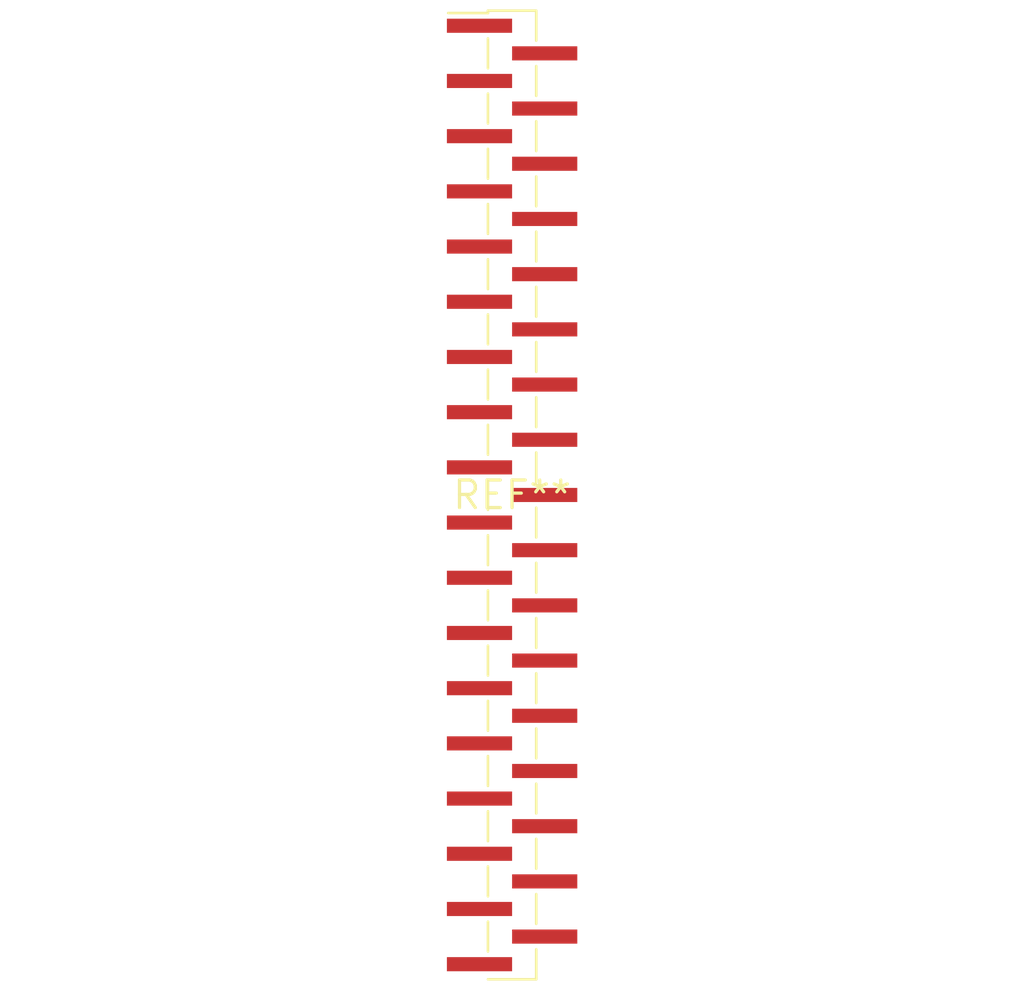
<source format=kicad_pcb>
(kicad_pcb (version 20240108) (generator pcbnew)
  (layers (0 "F.Cu" signal) (31 "B.Cu" signal) (34 "B.Paste" user) (35 "F.Paste" user) (36 "B.SilkS" user "B.Silkscreen") (37 "F.SilkS" user "F.Silkscreen") (38 "B.Mask" user) (39 "F.Mask" user) (44 "Edge.Cuts" user))
  (net 0 "")
  (footprint "PinHeader_1x35_P1.27mm_Vertical_SMD_Pin1Left" (layer "F.Cu") (at 0 0)
    (property "Reference" "REF**")
    (property "Value" "PinHeader_1x35_P1.27mm_Vertical_SMD_Pin1Left")
    (fp_line (start -1.11 -22.285) (end -1.11 -22.175) (layer "F.SilkS") (stroke (width 0.12)))
    (fp_line (start -1.11 -22.285) (end 1.11 -22.285) (layer "F.SilkS") (stroke (width 0.12)))
    (fp_line (start -1.11 -22.175) (end -2.94 -22.175) (layer "F.SilkS") (stroke (width 0.12)))
    (fp_line (start -1.11 -21.005) (end -1.11 -19.635) (layer "F.SilkS") (stroke (width 0.12)))
    (fp_line (start -1.11 -18.465) (end -1.11 -17.095) (layer "F.SilkS") (stroke (width 0.12)))
    (fp_line (start -1.11 -15.925) (end -1.11 -14.555) (layer "F.SilkS") (stroke (width 0.12)))
    (fp_line (start -1.11 -13.385) (end -1.11 -12.015) (layer "F.SilkS") (stroke (width 0.12)))
    (fp_line (start -1.11 -10.845) (end -1.11 -9.475) (layer "F.SilkS") (stroke (width 0.12)))
    (fp_line (start -1.11 -8.305) (end -1.11 -6.935) (layer "F.SilkS") (stroke (width 0.12)))
    (fp_line (start -1.11 -5.765) (end -1.11 -4.395) (layer "F.SilkS") (stroke (width 0.12)))
    (fp_line (start -1.11 -3.225) (end -1.11 -1.855) (layer "F.SilkS") (stroke (width 0.12)))
    (fp_line (start -1.11 -0.685) (end -1.11 0.685) (layer "F.SilkS") (stroke (width 0.12)))
    (fp_line (start -1.11 1.855) (end -1.11 3.225) (layer "F.SilkS") (stroke (width 0.12)))
    (fp_line (start -1.11 4.395) (end -1.11 5.765) (layer "F.SilkS") (stroke (width 0.12)))
    (fp_line (start -1.11 6.935) (end -1.11 8.305) (layer "F.SilkS") (stroke (width 0.12)))
    (fp_line (start -1.11 9.475) (end -1.11 10.845) (layer "F.SilkS") (stroke (width 0.12)))
    (fp_line (start -1.11 12.015) (end -1.11 13.385) (layer "F.SilkS") (stroke (width 0.12)))
    (fp_line (start -1.11 14.555) (end -1.11 15.925) (layer "F.SilkS") (stroke (width 0.12)))
    (fp_line (start -1.11 17.095) (end -1.11 18.465) (layer "F.SilkS") (stroke (width 0.12)))
    (fp_line (start -1.11 19.635) (end -1.11 21.005) (layer "F.SilkS") (stroke (width 0.12)))
    (fp_line (start -1.11 22.285) (end 1.11 22.285) (layer "F.SilkS") (stroke (width 0.12)))
    (fp_line (start 1.11 -22.275) (end 1.11 -20.905) (layer "F.SilkS") (stroke (width 0.12)))
    (fp_line (start 1.11 -19.735) (end 1.11 -18.365) (layer "F.SilkS") (stroke (width 0.12)))
    (fp_line (start 1.11 -17.195) (end 1.11 -15.825) (layer "F.SilkS") (stroke (width 0.12)))
    (fp_line (start 1.11 -14.655) (end 1.11 -13.285) (layer "F.SilkS") (stroke (width 0.12)))
    (fp_line (start 1.11 -12.115) (end 1.11 -10.745) (layer "F.SilkS") (stroke (width 0.12)))
    (fp_line (start 1.11 -9.575) (end 1.11 -8.205) (layer "F.SilkS") (stroke (width 0.12)))
    (fp_line (start 1.11 -7.035) (end 1.11 -5.665) (layer "F.SilkS") (stroke (width 0.12)))
    (fp_line (start 1.11 -4.495) (end 1.11 -3.125) (layer "F.SilkS") (stroke (width 0.12)))
    (fp_line (start 1.11 -1.955) (end 1.11 -0.585) (layer "F.SilkS") (stroke (width 0.12)))
    (fp_line (start 1.11 0.585) (end 1.11 1.955) (layer "F.SilkS") (stroke (width 0.12)))
    (fp_line (start 1.11 3.125) (end 1.11 4.495) (layer "F.SilkS") (stroke (width 0.12)))
    (fp_line (start 1.11 5.665) (end 1.11 7.035) (layer "F.SilkS") (stroke (width 0.12)))
    (fp_line (start 1.11 8.205) (end 1.11 9.575) (layer "F.SilkS") (stroke (width 0.12)))
    (fp_line (start 1.11 10.745) (end 1.11 12.115) (layer "F.SilkS") (stroke (width 0.12)))
    (fp_line (start 1.11 13.285) (end 1.11 14.655) (layer "F.SilkS") (stroke (width 0.12)))
    (fp_line (start 1.11 15.825) (end 1.11 17.195) (layer "F.SilkS") (stroke (width 0.12)))
    (fp_line (start 1.11 18.365) (end 1.11 19.735) (layer "F.SilkS") (stroke (width 0.12)))
    (fp_line (start 1.11 20.905) (end 1.11 22.275) (layer "F.SilkS") (stroke (width 0.12)))
    (fp_line (start 1.11 22.175) (end 1.11 22.285) (layer "F.SilkS") (stroke (width 0.12)))
    (pad "1" smd rect (at -1.5 -21.59) (size 3 0.65) (layers "F.Cu" "F.Paste" "F.Mask"))
    (pad "2" smd rect (at 1.5 -20.32) (size 3 0.65) (layers "F.Cu" "F.Paste" "F.Mask"))
    (pad "3" smd rect (at -1.5 -19.05) (size 3 0.65) (layers "F.Cu" "F.Paste" "F.Mask"))
    (pad "4" smd rect (at 1.5 -17.78) (size 3 0.65) (layers "F.Cu" "F.Paste" "F.Mask"))
    (pad "5" smd rect (at -1.5 -16.51) (size 3 0.65) (layers "F.Cu" "F.Paste" "F.Mask"))
    (pad "6" smd rect (at 1.5 -15.24) (size 3 0.65) (layers "F.Cu" "F.Paste" "F.Mask"))
    (pad "7" smd rect (at -1.5 -13.97) (size 3 0.65) (layers "F.Cu" "F.Paste" "F.Mask"))
    (pad "8" smd rect (at 1.5 -12.7) (size 3 0.65) (layers "F.Cu" "F.Paste" "F.Mask"))
    (pad "9" smd rect (at -1.5 -11.43) (size 3 0.65) (layers "F.Cu" "F.Paste" "F.Mask"))
    (pad "10" smd rect (at 1.5 -10.16) (size 3 0.65) (layers "F.Cu" "F.Paste" "F.Mask"))
    (pad "11" smd rect (at -1.5 -8.89) (size 3 0.65) (layers "F.Cu" "F.Paste" "F.Mask"))
    (pad "12" smd rect (at 1.5 -7.62) (size 3 0.65) (layers "F.Cu" "F.Paste" "F.Mask"))
    (pad "13" smd rect (at -1.5 -6.35) (size 3 0.65) (layers "F.Cu" "F.Paste" "F.Mask"))
    (pad "14" smd rect (at 1.5 -5.08) (size 3 0.65) (layers "F.Cu" "F.Paste" "F.Mask"))
    (pad "15" smd rect (at -1.5 -3.81) (size 3 0.65) (layers "F.Cu" "F.Paste" "F.Mask"))
    (pad "16" smd rect (at 1.5 -2.54) (size 3 0.65) (layers "F.Cu" "F.Paste" "F.Mask"))
    (pad "17" smd rect (at -1.5 -1.27) (size 3 0.65) (layers "F.Cu" "F.Paste" "F.Mask"))
    (pad "18" smd rect (at 1.5 0) (size 3 0.65) (layers "F.Cu" "F.Paste" "F.Mask"))
    (pad "19" smd rect (at -1.5 1.27) (size 3 0.65) (layers "F.Cu" "F.Paste" "F.Mask"))
    (pad "20" smd rect (at 1.5 2.54) (size 3 0.65) (layers "F.Cu" "F.Paste" "F.Mask"))
    (pad "21" smd rect (at -1.5 3.81) (size 3 0.65) (layers "F.Cu" "F.Paste" "F.Mask"))
    (pad "22" smd rect (at 1.5 5.08) (size 3 0.65) (layers "F.Cu" "F.Paste" "F.Mask"))
    (pad "23" smd rect (at -1.5 6.35) (size 3 0.65) (layers "F.Cu" "F.Paste" "F.Mask"))
    (pad "24" smd rect (at 1.5 7.62) (size 3 0.65) (layers "F.Cu" "F.Paste" "F.Mask"))
    (pad "25" smd rect (at -1.5 8.89) (size 3 0.65) (layers "F.Cu" "F.Paste" "F.Mask"))
    (pad "26" smd rect (at 1.5 10.16) (size 3 0.65) (layers "F.Cu" "F.Paste" "F.Mask"))
    (pad "27" smd rect (at -1.5 11.43) (size 3 0.65) (layers "F.Cu" "F.Paste" "F.Mask"))
    (pad "28" smd rect (at 1.5 12.7) (size 3 0.65) (layers "F.Cu" "F.Paste" "F.Mask"))
    (pad "29" smd rect (at -1.5 13.97) (size 3 0.65) (layers "F.Cu" "F.Paste" "F.Mask"))
    (pad "30" smd rect (at 1.5 15.24) (size 3 0.65) (layers "F.Cu" "F.Paste" "F.Mask"))
    (pad "31" smd rect (at -1.5 16.51) (size 3 0.65) (layers "F.Cu" "F.Paste" "F.Mask"))
    (pad "32" smd rect (at 1.5 17.78) (size 3 0.65) (layers "F.Cu" "F.Paste" "F.Mask"))
    (pad "33" smd rect (at -1.5 19.05) (size 3 0.65) (layers "F.Cu" "F.Paste" "F.Mask"))
    (pad "34" smd rect (at 1.5 20.32) (size 3 0.65) (layers "F.Cu" "F.Paste" "F.Mask"))
    (pad "35" smd rect (at -1.5 21.59) (size 3 0.65) (layers "F.Cu" "F.Paste" "F.Mask"))
  )
)
</source>
